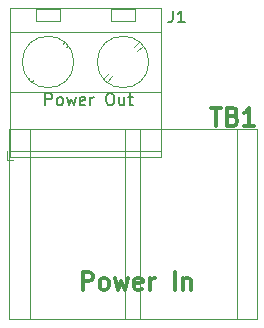
<source format=gbr>
G04 #@! TF.GenerationSoftware,KiCad,Pcbnew,(5.1.5)-3*
G04 #@! TF.CreationDate,2020-04-27T22:16:56-04:00*
G04 #@! TF.ProjectId,PWR_ADAPTER,5057525f-4144-4415-9054-45522e6b6963,rev?*
G04 #@! TF.SameCoordinates,Original*
G04 #@! TF.FileFunction,Legend,Top*
G04 #@! TF.FilePolarity,Positive*
%FSLAX46Y46*%
G04 Gerber Fmt 4.6, Leading zero omitted, Abs format (unit mm)*
G04 Created by KiCad (PCBNEW (5.1.5)-3) date 2020-04-27 22:16:56*
%MOMM*%
%LPD*%
G04 APERTURE LIST*
%ADD10C,0.120000*%
%ADD11C,0.300000*%
%ADD12C,0.150000*%
G04 APERTURE END LIST*
D10*
X129800000Y-119200000D02*
X129800000Y-135300000D01*
X150800000Y-119200000D02*
X129800000Y-119200000D01*
X150800000Y-135300000D02*
X150800000Y-119200000D01*
X129800000Y-135300000D02*
X150800000Y-135300000D01*
X131600000Y-135300000D02*
X131600000Y-119200000D01*
X139600000Y-119200000D02*
X139600000Y-135300000D01*
X140900000Y-135300000D02*
X140900000Y-119200000D01*
X149100000Y-135300000D02*
X149100000Y-119200000D01*
X129625000Y-121800000D02*
X130125000Y-121800000D01*
X129625000Y-121060000D02*
X129625000Y-121800000D01*
X140450000Y-109000000D02*
X140450000Y-110000000D01*
X138450000Y-109000000D02*
X138450000Y-110000000D01*
X138450000Y-110000000D02*
X140450000Y-110000000D01*
X138450000Y-109000000D02*
X140450000Y-109000000D01*
X138223000Y-114462000D02*
X137797000Y-114888000D01*
X140838000Y-111846000D02*
X140412000Y-112272000D01*
X138489000Y-114728000D02*
X138063000Y-115154000D01*
X141104000Y-112112000D02*
X140663000Y-112553000D01*
X134100000Y-109000000D02*
X134100000Y-110000000D01*
X132100000Y-109000000D02*
X132100000Y-110000000D01*
X132100000Y-110000000D02*
X134100000Y-110000000D01*
X132100000Y-109000000D02*
X134100000Y-109000000D01*
X131598000Y-114735000D02*
X131446000Y-114888000D01*
X134488000Y-111846000D02*
X134336000Y-111998000D01*
X131864000Y-115002000D02*
X131712000Y-115154000D01*
X134754000Y-112112000D02*
X134602000Y-112264000D01*
X142685000Y-108940000D02*
X142685000Y-121560000D01*
X129865000Y-108940000D02*
X129865000Y-121560000D01*
X129865000Y-121560000D02*
X142685000Y-121560000D01*
X129865000Y-108940000D02*
X142685000Y-108940000D01*
X129865000Y-111000000D02*
X142685000Y-111000000D01*
X129865000Y-116000000D02*
X142685000Y-116000000D01*
X129865000Y-121000000D02*
X142685000Y-121000000D01*
X141630000Y-113500000D02*
G75*
G03X141630000Y-113500000I-2180000J0D01*
G01*
X135280000Y-113500000D02*
G75*
G03X135280000Y-113500000I-2180000J0D01*
G01*
D11*
X146907142Y-117378571D02*
X147764285Y-117378571D01*
X147335714Y-118878571D02*
X147335714Y-117378571D01*
X148764285Y-118092857D02*
X148978571Y-118164285D01*
X149050000Y-118235714D01*
X149121428Y-118378571D01*
X149121428Y-118592857D01*
X149050000Y-118735714D01*
X148978571Y-118807142D01*
X148835714Y-118878571D01*
X148264285Y-118878571D01*
X148264285Y-117378571D01*
X148764285Y-117378571D01*
X148907142Y-117450000D01*
X148978571Y-117521428D01*
X149050000Y-117664285D01*
X149050000Y-117807142D01*
X148978571Y-117950000D01*
X148907142Y-118021428D01*
X148764285Y-118092857D01*
X148264285Y-118092857D01*
X150550000Y-118878571D02*
X149692857Y-118878571D01*
X150121428Y-118878571D02*
X150121428Y-117378571D01*
X149978571Y-117592857D01*
X149835714Y-117735714D01*
X149692857Y-117807142D01*
X136028571Y-132778571D02*
X136028571Y-131278571D01*
X136600000Y-131278571D01*
X136742857Y-131350000D01*
X136814285Y-131421428D01*
X136885714Y-131564285D01*
X136885714Y-131778571D01*
X136814285Y-131921428D01*
X136742857Y-131992857D01*
X136600000Y-132064285D01*
X136028571Y-132064285D01*
X137742857Y-132778571D02*
X137600000Y-132707142D01*
X137528571Y-132635714D01*
X137457142Y-132492857D01*
X137457142Y-132064285D01*
X137528571Y-131921428D01*
X137600000Y-131850000D01*
X137742857Y-131778571D01*
X137957142Y-131778571D01*
X138100000Y-131850000D01*
X138171428Y-131921428D01*
X138242857Y-132064285D01*
X138242857Y-132492857D01*
X138171428Y-132635714D01*
X138100000Y-132707142D01*
X137957142Y-132778571D01*
X137742857Y-132778571D01*
X138742857Y-131778571D02*
X139028571Y-132778571D01*
X139314285Y-132064285D01*
X139600000Y-132778571D01*
X139885714Y-131778571D01*
X141028571Y-132707142D02*
X140885714Y-132778571D01*
X140600000Y-132778571D01*
X140457142Y-132707142D01*
X140385714Y-132564285D01*
X140385714Y-131992857D01*
X140457142Y-131850000D01*
X140600000Y-131778571D01*
X140885714Y-131778571D01*
X141028571Y-131850000D01*
X141100000Y-131992857D01*
X141100000Y-132135714D01*
X140385714Y-132278571D01*
X141742857Y-132778571D02*
X141742857Y-131778571D01*
X141742857Y-132064285D02*
X141814285Y-131921428D01*
X141885714Y-131850000D01*
X142028571Y-131778571D01*
X142171428Y-131778571D01*
X143814285Y-132778571D02*
X143814285Y-131278571D01*
X144528571Y-131778571D02*
X144528571Y-132778571D01*
X144528571Y-131921428D02*
X144600000Y-131850000D01*
X144742857Y-131778571D01*
X144957142Y-131778571D01*
X145100000Y-131850000D01*
X145171428Y-131992857D01*
X145171428Y-132778571D01*
D12*
X143666666Y-109152380D02*
X143666666Y-109866666D01*
X143619047Y-110009523D01*
X143523809Y-110104761D01*
X143380952Y-110152380D01*
X143285714Y-110152380D01*
X144666666Y-110152380D02*
X144095238Y-110152380D01*
X144380952Y-110152380D02*
X144380952Y-109152380D01*
X144285714Y-109295238D01*
X144190476Y-109390476D01*
X144095238Y-109438095D01*
X132880952Y-117152380D02*
X132880952Y-116152380D01*
X133261904Y-116152380D01*
X133357142Y-116200000D01*
X133404761Y-116247619D01*
X133452380Y-116342857D01*
X133452380Y-116485714D01*
X133404761Y-116580952D01*
X133357142Y-116628571D01*
X133261904Y-116676190D01*
X132880952Y-116676190D01*
X134023809Y-117152380D02*
X133928571Y-117104761D01*
X133880952Y-117057142D01*
X133833333Y-116961904D01*
X133833333Y-116676190D01*
X133880952Y-116580952D01*
X133928571Y-116533333D01*
X134023809Y-116485714D01*
X134166666Y-116485714D01*
X134261904Y-116533333D01*
X134309523Y-116580952D01*
X134357142Y-116676190D01*
X134357142Y-116961904D01*
X134309523Y-117057142D01*
X134261904Y-117104761D01*
X134166666Y-117152380D01*
X134023809Y-117152380D01*
X134690476Y-116485714D02*
X134880952Y-117152380D01*
X135071428Y-116676190D01*
X135261904Y-117152380D01*
X135452380Y-116485714D01*
X136214285Y-117104761D02*
X136119047Y-117152380D01*
X135928571Y-117152380D01*
X135833333Y-117104761D01*
X135785714Y-117009523D01*
X135785714Y-116628571D01*
X135833333Y-116533333D01*
X135928571Y-116485714D01*
X136119047Y-116485714D01*
X136214285Y-116533333D01*
X136261904Y-116628571D01*
X136261904Y-116723809D01*
X135785714Y-116819047D01*
X136690476Y-117152380D02*
X136690476Y-116485714D01*
X136690476Y-116676190D02*
X136738095Y-116580952D01*
X136785714Y-116533333D01*
X136880952Y-116485714D01*
X136976190Y-116485714D01*
X138261904Y-116152380D02*
X138452380Y-116152380D01*
X138547619Y-116200000D01*
X138642857Y-116295238D01*
X138690476Y-116485714D01*
X138690476Y-116819047D01*
X138642857Y-117009523D01*
X138547619Y-117104761D01*
X138452380Y-117152380D01*
X138261904Y-117152380D01*
X138166666Y-117104761D01*
X138071428Y-117009523D01*
X138023809Y-116819047D01*
X138023809Y-116485714D01*
X138071428Y-116295238D01*
X138166666Y-116200000D01*
X138261904Y-116152380D01*
X139547619Y-116485714D02*
X139547619Y-117152380D01*
X139119047Y-116485714D02*
X139119047Y-117009523D01*
X139166666Y-117104761D01*
X139261904Y-117152380D01*
X139404761Y-117152380D01*
X139500000Y-117104761D01*
X139547619Y-117057142D01*
X139880952Y-116485714D02*
X140261904Y-116485714D01*
X140023809Y-116152380D02*
X140023809Y-117009523D01*
X140071428Y-117104761D01*
X140166666Y-117152380D01*
X140261904Y-117152380D01*
M02*

</source>
